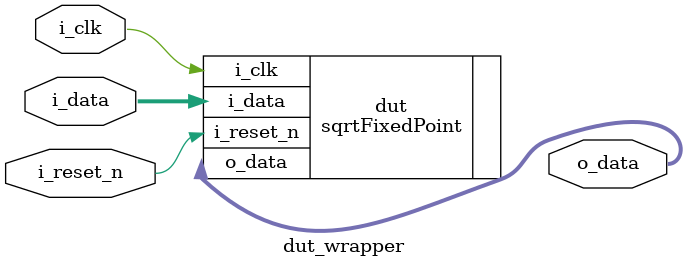
<source format=sv>
`timescale 1ps/1ps

module dut_wrapper(
    input wire i_clk,
    input wire i_reset_n,
    input wire [7:0] i_data,
    output wire [7:0] o_data
);

sqrtFixedPoint dut (
    .i_clk(i_clk),
    .i_reset_n(i_reset_n),
    .i_data(i_data),
    .o_data(o_data)
);

endmodule
</source>
